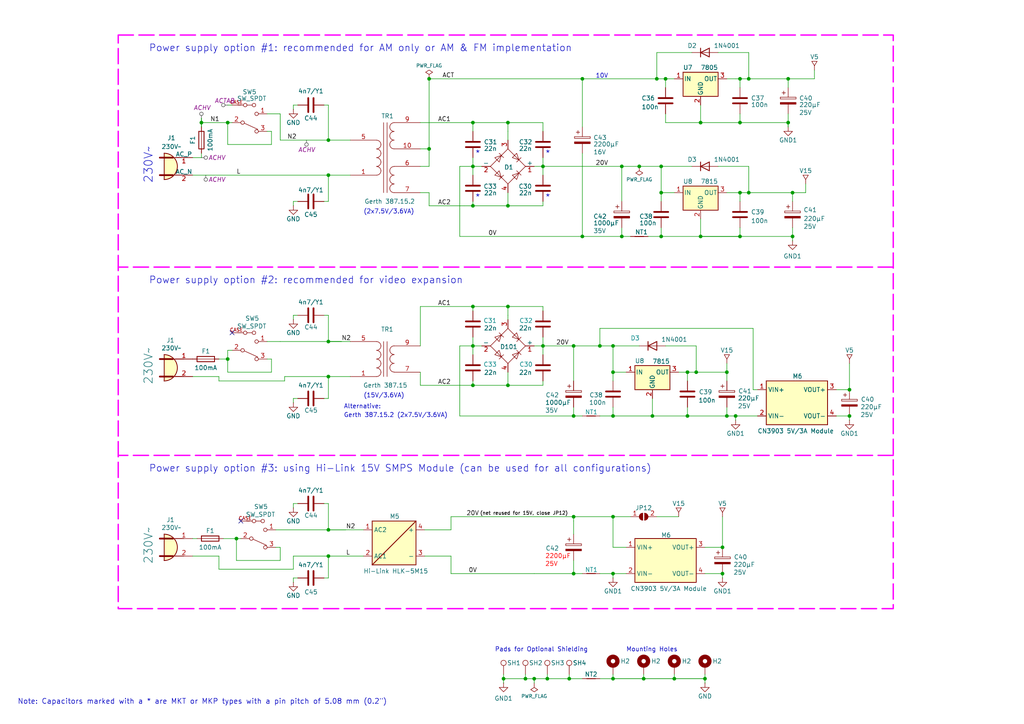
<source format=kicad_sch>
(kicad_sch (version 20231120) (generator "eeschema") (generator_version "8.0")
  (paper "A4")
  (title_block (title "ESP32 Micro Radio Station") (date "2024-04-26") (rev "1.7") (company "Power Supply"))
  (lib_symbols
    (symbol "!Gloeidraad:15V" (power) (pin_names (offset 0))
      (property "Value" "15V" (at 0 3.556 0))
      (symbol "15V_1_1"
        (pin power_in line (at 0 0 180) (length 0) hide (name "V15") (number "1"))
      )
    )
    (symbol "!Gloeidraad:5V" (power) (pin_names (offset 0))
      (property "Value" "5V" (at 0 3.556 0))
      (symbol "5V_1_1"
        (pin power_in line (at 0 0 180) (length 0) hide (name "V5") (number "1"))
      )
    )
    (symbol "!Gloeidraad:Conn_WallPlug_type2" (pin_names (offset 0))
      (property "Value" "230V~" (at 0 5.715 0))
      (symbol "Conn_WallPlug_type2_1_1"
        (pin passive line (at 5.08 2.54 180) (length 5.08) (name "") (number "1"))
        (pin passive line (at 5.08 -2.54 180) (length 5.08) (name "") (number "2"))
      )
    )
    (symbol "!Gloeidraad:MOD-DCDC-CN3903"
      (property "Reference" "M6" (at -8.89 6.35 0))
      (property "Value" "CN3903 5V/3A Module" (at -8.89 -8.89 0))
      (symbol "MOD-DCDC-CN3903_1_0"
        (pin passive line (at -11.43 3.81 0) (length 2.54) (name "VIN+") (number "1"))
        (pin passive line (at -11.43 -3.81 0) (length 2.54) (name "VIN-") (number "2"))
        (pin passive line (at 11.43 3.81 180) (length 2.54) (name "VOUT+") (number "3"))
        (pin passive line (at 11.43 -3.81 180) (length 2.54) (name "VOUT-") (number "4"))
      )
    )
    (symbol "!Gloeidraad:MOD-HILINK-HLK-5MXX-RP"
      (property "Reference" "M" (at -2.54 7.874 0))
      (property "Value" "Hi-Link HLK-5M15" (at -9.144 -7.366 0))
      (symbol "MOD-HILINK-HLK-5MXX-RP_1_0"
        (pin passive line (at -10.16 5.08 0) (length 2.54) (name "AC2") (number "1"))
        (pin passive line (at -10.16 -2.54 0) (length 2.54) (name "AC1") (number "2"))
        (pin passive line (at 7.62 -2.54 180) (length 2.54) (name "-") (number "3"))
        (pin passive line (at 7.62 5.08 180) (length 2.54) (name "+") (number "4"))
      )
    )
    (symbol "!Gloeidraad:SWITCH-C&K-7101" (pin_names (offset 0) hide)
      (property "Reference" "SW" (at 0 7.62 0))
      (property "Value" "SW_SPDT" (at 0 5.08 0))
      (symbol "SWITCH-C&K-7101_1_1"
        (pin passive line (at 5.08 -2.54 180) (length 2.54) (name "C") (number "1"))
        (pin passive line (at -5.08 0 0) (length 2.54) (name "B") (number "2"))
        (pin passive line (at 5.08 2.54 180) (length 2.54) (name "A") (number "3"))
        (pin passive line (at -5.08 -5.08 0) (length 2.54) (name "CASE") (number "CASE"))
      )
    )
    (symbol "!Gloeidraad:Transformer-1P-1S" (pin_names (offset 1.016) hide)
      (property "Reference" "T" (at 0 6.985 0))
      (property "Value" "Transformer-1P-1S" (at 1.27 -6.985 0))
      (symbol "Transformer-1P-1S_1_1"
        (pin passive line (at -10.16 5.08 0) (length 7.62) (name "AA") (number "1"))
        (pin passive line (at -10.16 -5.08 0) (length 7.62) (name "AB") (number "5"))
        (pin passive line (at 10.16 3.81 180) (length 7.62) (name "SB") (number "7"))
        (pin passive line (at 10.16 -3.81 180) (length 7.62) (name "SC") (number "9"))
      )
    )
    (symbol "!Gloeidraad:Transformer-1P-2S-v3" (pin_names (offset 1.016) hide)
      (property "Reference" "TR1" (at 0.635 -12.065 0))
      (property "Value" "2x7.5V/3.2VA" (at 1.27 12.7 0))
      (symbol "Transformer-1P-2S-v3_1_1"
        (pin passive line (at -10.16 5.08 0) (length 7.62) (name "AA") (number "1"))
        (pin passive line (at 10.16 -2.54 180) (length 7.62) (name "SD") (number "10"))
        (pin passive line (at -10.16 -5.08 0) (length 7.62) (name "AB") (number "5"))
        (pin passive line (at 10.16 2.54 180) (length 7.62) (name "SA") (number "6"))
        (pin passive line (at 10.16 10.16 180) (length 7.62) (name "SB") (number "7"))
        (pin passive line (at 10.16 -10.16 180) (length 7.62) (name "SC") (number "9"))
      )
    )
    (symbol "!Gloeidraad:uA7815-NP" (pin_names (offset 0.254))
      (property "Value" "7815" (at -2.54 2.54 0))
      (symbol "uA7815-NP_1_1"
        (pin passive line (at -7.62 0 0) (length 2.54) (name "IN") (number "1"))
        (pin passive line (at 0 -7.62 90) (length 2.54) (name "GND") (number "2"))
        (pin passive line (at 7.62 0 180) (length 2.54) (name "OUT") (number "3"))
      )
    )
    (symbol "Connector:Conn_WallPlug" (pin_names (offset 0))
      (property "Reference" "P" (at -1.27 4.445 0))
      (property "Value" "Conn_WallPlug" (at -5.715 0 90))
      (symbol "Conn_WallPlug_1_1"
        (pin power_out line (at 5.08 2.54 180) (length 5.08) (name "AC_P") (number "1"))
        (pin power_out line (at 5.08 -2.54 180) (length 5.08) (name "AC_N") (number "2"))
      )
    )
    (symbol "Connector:TestPoint" (pin_numbers hide) (pin_names (offset 0.762) hide)
      (property "Reference" "TP" (at 0 6.858 0))
      (property "Value" "TestPoint" (at 0 5.08 0))
      (symbol "TestPoint_1_1"
        (pin passive line (at 0 0 90) (length 2.54) (name "1") (number "1"))
      )
    )
    (symbol "Device:C" (pin_numbers hide) (pin_names (offset 0.254))
      (property "Reference" "C" (at 0.635 2.54 0))
      (property "Value" "C" (at 0.635 -2.54 0))
      (symbol "C_1_1"
        (pin passive line (at 0 3.81 270) (length 2.794) (name "~") (number "1"))
        (pin passive line (at 0 -3.81 90) (length 2.794) (name "~") (number "2"))
      )
    )
    (symbol "Device:C_Polarized" (pin_numbers hide) (pin_names (offset 0.254))
      (property "Reference" "C" (at 0.635 2.54 0))
      (property "Value" "C_Polarized" (at 0.635 -2.54 0))
      (symbol "C_Polarized_1_1"
        (pin passive line (at 0 3.81 270) (length 2.794) (name "~") (number "1"))
        (pin passive line (at 0 -3.81 90) (length 2.794) (name "~") (number "2"))
      )
    )
    (symbol "Device:Fuse" (pin_numbers hide) (pin_names (offset 0))
      (property "Reference" "F" (at 2.032 0 90))
      (property "Value" "Fuse" (at -1.905 0 90))
      (symbol "Fuse_1_1"
        (pin passive line (at 0 3.81 270) (length 1.27) (name "~") (number "1"))
        (pin passive line (at 0 -3.81 90) (length 1.27) (name "~") (number "2"))
      )
    )
    (symbol "Device:NetTie_2" (pin_numbers hide) (pin_names (offset 0) hide) (in_bom no)
      (property "Reference" "NT" (at 0 1.27 0))
      (property "Value" "NetTie_2" (at 0 -1.27 0))
      (symbol "NetTie_2_1_1"
        (pin passive line (at -2.54 0 0) (length 2.54) (name "1") (number "1"))
        (pin passive line (at 2.54 0 180) (length 2.54) (name "2") (number "2"))
      )
    )
    (symbol "Diode:1N4001" (pin_numbers hide) (pin_names hide)
      (property "Reference" "D" (at 0 2.54 0))
      (property "Value" "1N4001" (at 0 -2.54 0))
      (symbol "1N4001_1_1"
        (pin passive line (at -3.81 0 0) (length 2.54) (name "K") (number "1"))
        (pin passive line (at 3.81 0 180) (length 2.54) (name "A") (number "2"))
      )
    )
    (symbol "Diode_Bridge:B40C800DM" (pin_names (offset 0))
      (property "Reference" "D" (at 2.54 6.985 0))
      (property "Value" "B40C800DM" (at 2.54 5.08 0))
      (symbol "B40C800DM_1_1"
        (pin passive line (at 7.62 0 180) (length 2.54) (name "+") (number "1"))
        (pin passive line (at -7.62 0 0) (length 2.54) (name "-") (number "2"))
        (pin passive line (at 0 -7.62 90) (length 2.54) (name "~") (number "3"))
        (pin passive line (at 0 7.62 270) (length 2.54) (name "~") (number "4"))
      )
    )
    (symbol "Jumper:SolderJumper_2_Open" (pin_names (offset 0) hide)
      (property "Reference" "JP" (at 0 2.032 0))
      (property "Value" "SolderJumper_2_Open" (at 0 -2.54 0))
      (symbol "SolderJumper_2_Open_1_1"
        (pin passive line (at -3.81 0 0) (length 2.54) (name "A") (number "1"))
        (pin passive line (at 3.81 0 180) (length 2.54) (name "B") (number "2"))
      )
    )
    (symbol "Mechanical:MountingHole_Pad" (pin_numbers hide) (pin_names (offset 1.016) hide)
      (property "Reference" "H" (at 0 6.35 0))
      (property "Value" "MountingHole_Pad" (at 0 4.445 0))
      (symbol "MountingHole_Pad_1_1"
        (pin input line (at 0 -2.54 90) (length 2.54) (name "1") (number "1"))
      )
    )
    (symbol "Regulator_Linear:uA7805" (pin_names (offset 0.254))
      (property "Reference" "U" (at -3.81 3.175 0))
      (property "Value" "uA7805" (at 0 3.175 0))
      (symbol "uA7805_1_1"
        (pin power_in line (at -7.62 0 0) (length 2.54) (name "IN") (number "1"))
        (pin power_in line (at 0 -7.62 90) (length 2.54) (name "GND") (number "2"))
        (pin power_out line (at 7.62 0 180) (length 2.54) (name "OUT") (number "3"))
      )
    )
    (symbol "Regulator_Linear:uA7815" (pin_names (offset 0.254))
      (property "Reference" "U" (at -3.81 3.175 0))
      (property "Value" "uA7815" (at 0 3.175 0))
      (symbol "uA7815_1_1"
        (pin power_in line (at -7.62 0 0) (length 2.54) (name "IN") (number "1"))
        (pin power_in line (at 0 -7.62 90) (length 2.54) (name "GND") (number "2"))
        (pin power_out line (at 7.62 0 180) (length 2.54) (name "OUT") (number "3"))
      )
    )
    (symbol "power:GND" (power) (pin_numbers hide) (pin_names (offset 0) hide)
      (property "Value" "GND" (at 0 -3.81 0))
      (symbol "GND_1_1"
        (pin power_in line (at 0 0 270) (length 0) (name "~") (number "1"))
      )
    )
    (symbol "power:GND1" (power) (pin_numbers hide) (pin_names (offset 0) hide)
      (property "Value" "GND1" (at 0 -3.81 0))
      (symbol "GND1_1_1"
        (pin power_in line (at 0 0 270) (length 0) (name "~") (number "1"))
      )
    )
    (symbol "power:PWR_FLAG" (power) (pin_numbers hide) (pin_names (offset 0) hide)
      (property "Value" "PWR_FLAG" (at 0 3.81 0))
      (symbol "PWR_FLAG_0_0"
        (pin power_out line (at 0 0 90) (length 0) (name "~") (number "1"))
      )
    )
  )
  (junction (at 165.1 196.85))
  (junction (at 166.37 166.37))
  (junction (at 217.17 22.86))
  (junction (at 186.69 196.85))
  (junction (at 209.55 158.75))
  (junction (at 177.8 166.37))
  (junction (at 147.32 35.56))
  (junction (at 95.25 50.8))
  (junction (at 158.75 196.85))
  (junction (at 58.42 35.56))
  (junction (at 193.04 22.86))
  (junction (at 246.38 113.03))
  (junction (at 166.37 120.65))
  (junction (at 180.34 48.26))
  (junction (at 95.25 161.29))
  (junction (at 201.93 107.95))
  (junction (at 177.8 149.86))
  (junction (at 152.4 196.85))
  (junction (at 214.63 22.86))
  (junction (at 166.37 100.33))
  (junction (at 229.87 68.58))
  (junction (at 137.16 35.56))
  (junction (at 195.58 196.85))
  (junction (at 246.38 120.65))
  (junction (at 217.17 55.88))
  (junction (at 173.99 100.33))
  (junction (at 180.34 68.58))
  (junction (at 147.32 59.69))
  (junction (at 228.6 35.56))
  (junction (at 204.47 196.85))
  (junction (at 68.58 156.21))
  (junction (at 166.37 149.86))
  (junction (at 214.63 35.56))
  (junction (at 185.42 48.26))
  (junction (at 214.63 68.58))
  (junction (at 229.87 55.88))
  (junction (at 213.36 120.65))
  (junction (at 66.04 35.56))
  (junction (at 95.25 109.22))
  (junction (at 168.91 68.58))
  (junction (at 168.91 22.86))
  (junction (at 191.77 68.58))
  (junction (at 157.48 100.33))
  (junction (at 199.39 107.95))
  (junction (at 154.94 196.85))
  (junction (at 177.8 107.95))
  (junction (at 228.6 22.86))
  (junction (at 177.8 100.33))
  (junction (at 177.8 196.85))
  (junction (at 210.82 120.65))
  (junction (at 147.32 88.9))
  (junction (at 95.25 153.67))
  (junction (at 209.55 166.37))
  (junction (at 191.77 55.88))
  (junction (at 191.77 48.26))
  (junction (at 137.16 48.26))
  (junction (at 66.04 104.14))
  (junction (at 124.46 43.18))
  (junction (at 146.05 196.85))
  (junction (at 189.23 120.65))
  (junction (at 137.16 59.69))
  (junction (at 95.25 40.64))
  (junction (at 199.39 120.65))
  (junction (at 157.48 48.26))
  (junction (at 124.46 22.86))
  (junction (at 137.16 111.76))
  (junction (at 137.16 88.9))
  (junction (at 214.63 55.88))
  (junction (at 95.25 99.06))
  (junction (at 137.16 100.33))
  (junction (at 210.82 107.95))
  (junction (at 190.5 22.86))
  (junction (at 177.8 120.65))
  (junction (at 147.32 111.76))
  (junction (at 203.2 35.56))
  (junction (at 203.2 68.58))
  (no_connect (at 69.85 151.13))
  (no_connect (at 67.31 96.52))
  (wire (pts (xy 93.98 91.44) (xy 95.25 91.44)) (stroke (width 0.15)))
  (wire (pts (xy 81.28 99.06) (xy 95.25 99.06)) (stroke (width 0.15)))
  (wire (pts (xy 193.04 22.86) (xy 195.58 22.86)) (stroke (width 0.15)))
  (wire (pts (xy 55.88 50.8) (xy 95.25 50.8)) (stroke (width 0.15)))
  (wire (pts (xy 152.4 195.58) (xy 152.4 196.85)))
  (wire (pts (xy 214.63 25.4) (xy 214.63 22.86)) (stroke (width 0.15)))
  (wire (pts (xy 233.68 55.88) (xy 233.68 53.34)) (stroke (width 0.15)))
  (wire (pts (xy 95.25 153.67) (xy 105.41 153.67)) (stroke (width 0.15)))
  (wire (pts (xy 157.48 48.26) (xy 157.48 50.8)) (stroke (width 0.15)))
  (wire (pts (xy 229.87 58.42) (xy 229.87 55.88)) (stroke (width 0.15)))
  (wire (pts (xy 191.77 68.58) (xy 191.77 66.04)) (stroke (width 0.15)))
  (wire (pts (xy 199.39 120.65) (xy 210.82 120.65)) (stroke (width 0.15)))
  (wire (pts (xy 137.16 100.33) (xy 137.16 97.79)) (stroke (width 0.15)))
  (wire (pts (xy 186.69 196.85) (xy 177.8 196.85)))
  (wire (pts (xy 85.09 58.42) (xy 86.36 58.42)) (stroke (width 0.15)))
  (wire (pts (xy 166.37 100.33) (xy 166.37 110.49)) (stroke (width 0.15)))
  (wire (pts (xy 190.5 22.86) (xy 193.04 22.86)) (stroke (width 0.15)))
  (wire (pts (xy 123.19 161.29) (xy 130.81 161.29)))
  (wire (pts (xy 124.46 55.88) (xy 121.92 55.88)))
  (wire (pts (xy 177.8 100.33) (xy 185.42 100.33)) (stroke (width 0.15)))
  (wire (pts (xy 195.58 196.85) (xy 204.47 196.85)))
  (wire (pts (xy 85.09 147.32) (xy 85.09 146.05)) (stroke (width 0.15)))
  (wire (pts (xy 64.77 156.21) (xy 68.58 156.21)) (stroke (width 0.15)))
  (wire (pts (xy 85.09 59.69) (xy 85.09 58.42)) (stroke (width 0.15)))
  (wire (pts (xy 152.4 196.85) (xy 154.94 196.85)))
  (wire (pts (xy 121.92 107.95) (xy 121.92 111.76)))
  (wire (pts (xy 66.04 107.95) (xy 78.74 107.95)) (stroke (width 0.15)))
  (wire (pts (xy 186.69 196.85) (xy 195.58 196.85)))
  (wire (pts (xy 85.09 92.71) (xy 85.09 91.44)) (stroke (width 0.15)))
  (wire (pts (xy 95.25 58.42) (xy 93.98 58.42)) (stroke (width 0.15)))
  (wire (pts (xy 137.16 59.69) (xy 147.32 59.69)) (stroke (width 0.15)))
  (wire (pts (xy 204.47 166.37) (xy 209.55 166.37)) (stroke (width 0.15)))
  (wire (pts (xy 85.09 116.84) (xy 85.09 115.57)) (stroke (width 0.15)))
  (wire (pts (xy 154.94 48.26) (xy 157.48 48.26)) (stroke (width 0.15)))
  (wire (pts (xy 68.58 156.21) (xy 69.85 156.21)) (stroke (width 0.15)))
  (wire (pts (xy 166.37 149.86) (xy 166.37 151.13)) (stroke (width 0.15)))
  (wire (pts (xy 214.63 68.58) (xy 203.2 68.58)))
  (wire (pts (xy 173.99 95.25) (xy 218.44 95.25)) (stroke (width 0.15)))
  (wire (pts (xy 95.25 115.57) (xy 93.98 115.57)) (stroke (width 0.15)))
  (wire (pts (xy 186.69 195.58) (xy 186.69 196.85)) (stroke (width 0.15)))
  (wire (pts (xy 95.25 91.44) (xy 95.25 99.06)) (stroke (width 0.15)))
  (wire (pts (xy 63.5 110.49) (xy 82.55 110.49)) (stroke (width 0.15)))
  (wire (pts (xy 203.2 68.58) (xy 191.77 68.58)))
  (wire (pts (xy 63.5 161.29) (xy 55.88 161.29)) (stroke (width 0.15)))
  (polyline (pts (xy 259.08 77.47) (xy 34.29 77.47)) (stroke (width 0.4) (type dash) (color 255 0 255 1)))
  (wire (pts (xy 228.6 35.56) (xy 228.6 36.83)))
  (wire (pts (xy 165.1 195.58) (xy 165.1 196.85)))
  (wire (pts (xy 137.16 35.56) (xy 137.16 38.1)) (stroke (width 0.15)))
  (wire (pts (xy 58.42 34.29) (xy 58.42 35.56)))
  (wire (pts (xy 229.87 68.58) (xy 229.87 69.85)))
  (wire (pts (xy 157.48 48.26) (xy 157.48 45.72)) (stroke (width 0.15)))
  (wire (pts (xy 124.46 22.86) (xy 124.46 43.18)))
  (wire (pts (xy 191.77 48.26) (xy 200.66 48.26)) (stroke (width 0.15)))
  (wire (pts (xy 158.75 195.58) (xy 158.75 196.85)))
  (wire (pts (xy 147.32 88.9) (xy 147.32 91.44)) (stroke (width 0.15)))
  (wire (pts (xy 228.6 35.56) (xy 228.6 33.02)) (stroke (width 0.15)))
  (wire (pts (xy 146.05 198.12) (xy 146.05 196.85)))
  (wire (pts (xy 157.48 58.42) (xy 157.48 59.69)) (stroke (width 0.15)))
  (wire (pts (xy 121.92 88.9) (xy 137.16 88.9)) (stroke (width 0.15)))
  (wire (pts (xy 166.37 149.86) (xy 177.8 149.86)) (stroke (width 0.15)))
  (wire (pts (xy 201.93 107.95) (xy 210.82 107.95)) (stroke (width 0.15)))
  (wire (pts (xy 137.16 35.56) (xy 129.54 35.56)) (stroke (width 0.15)))
  (wire (pts (xy 209.55 166.37) (xy 209.55 167.64)) (stroke (width 0.15)))
  (wire (pts (xy 173.99 100.33) (xy 173.99 95.25)) (stroke (width 0.15)))
  (wire (pts (xy 95.25 161.29) (xy 95.25 167.64)) (stroke (width 0.15)))
  (wire (pts (xy 77.47 99.06) (xy 81.28 99.06)))
  (wire (pts (xy 95.25 161.29) (xy 105.41 161.29)) (stroke (width 0.15)))
  (wire (pts (xy 154.94 196.85) (xy 158.75 196.85)))
  (wire (pts (xy 185.42 48.26) (xy 191.77 48.26)) (stroke (width 0.15)))
  (wire (pts (xy 214.63 55.88) (xy 217.17 55.88)) (stroke (width 0.15)))
  (wire (pts (xy 66.04 35.56) (xy 66.04 41.91)) (stroke (width 0.15)))
  (wire (pts (xy 81.28 162.56) (xy 81.28 158.75)) (stroke (width 0.15)))
  (wire (pts (xy 95.25 146.05) (xy 95.25 153.67)) (stroke (width 0.15)))
  (wire (pts (xy 173.99 100.33) (xy 177.8 100.33)) (stroke (width 0.15)))
  (wire (pts (xy 58.42 34.29) (xy 58.42 35.56)) (stroke (width 0.15)))
  (wire (pts (xy 166.37 118.11) (xy 166.37 120.65)) (stroke (width 0.15)))
  (wire (pts (xy 201.93 100.33) (xy 193.04 100.33)) (stroke (width 0.15)))
  (wire (pts (xy 81.28 158.75) (xy 80.01 158.75)) (stroke (width 0.15)))
  (wire (pts (xy 63.5 110.49) (xy 63.5 109.22)) (stroke (width 0.15)))
  (wire (pts (xy 191.77 55.88) (xy 191.77 58.42)) (stroke (width 0.15)))
  (wire (pts (xy 137.16 100.33) (xy 139.7 100.33)))
  (wire (pts (xy 168.91 44.45) (xy 168.91 68.58)) (stroke (width 0.15)))
  (wire (pts (xy 228.6 36.83) (xy 228.6 35.56)) (stroke (width 0.15)))
  (wire (pts (xy 137.16 35.56) (xy 147.32 35.56)) (stroke (width 0.15)))
  (wire (pts (xy 95.25 50.8) (xy 101.6 50.8)))
  (wire (pts (xy 213.36 120.65) (xy 219.71 120.65)))
  (wire (pts (xy 134.62 59.69) (xy 137.16 59.69)) (stroke (width 0.15)))
  (wire (pts (xy 121.92 35.56) (xy 129.54 35.56)))
  (wire (pts (xy 217.17 55.88) (xy 229.87 55.88)) (stroke (width 0.15)))
  (wire (pts (xy 85.09 168.91) (xy 85.09 167.64)) (stroke (width 0.15)))
  (wire (pts (xy 180.34 68.58) (xy 180.34 66.04)) (stroke (width 0.15)))
  (wire (pts (xy 58.42 35.56) (xy 66.04 35.56)) (stroke (width 0.15)))
  (wire (pts (xy 147.32 55.88) (xy 147.32 59.69)) (stroke (width 0.15)))
  (wire (pts (xy 137.16 88.9) (xy 137.16 90.17)) (stroke (width 0.15)))
  (wire (pts (xy 147.32 88.9) (xy 157.48 88.9)) (stroke (width 0.15)))
  (wire (pts (xy 195.58 196.85) (xy 195.58 195.58)) (stroke (width 0.15)))
  (wire (pts (xy 189.23 120.65) (xy 199.39 120.65)) (stroke (width 0.15)))
  (wire (pts (xy 95.25 109.22) (xy 101.6 109.22)))
  (wire (pts (xy 95.25 161.29) (xy 85.09 161.29)) (stroke (width 0.15)))
  (wire (pts (xy 82.55 110.49) (xy 82.55 109.22)) (stroke (width 0.15)))
  (wire (pts (xy 130.81 166.37) (xy 154.94 166.37)) (stroke (width 0.15)))
  (wire (pts (xy 154.94 100.33) (xy 157.48 100.33)) (stroke (width 0.15)))
  (wire (pts (xy 66.04 41.91) (xy 78.74 41.91)) (stroke (width 0.15)))
  (wire (pts (xy 95.25 30.48) (xy 95.25 40.64)) (stroke (width 0.15)))
  (wire (pts (xy 157.48 48.26) (xy 180.34 48.26)) (stroke (width 0.15)))
  (wire (pts (xy 193.04 22.86) (xy 193.04 25.4)) (stroke (width 0.15)))
  (wire (pts (xy 147.32 59.69) (xy 157.48 59.69)) (stroke (width 0.15)))
  (wire (pts (xy 217.17 15.24) (xy 208.28 15.24)) (stroke (width 0.15)))
  (wire (pts (xy 195.58 196.85) (xy 204.47 196.85)) (stroke (width 0.15)))
  (wire (pts (xy 80.01 153.67) (xy 95.25 153.67)))
  (wire (pts (xy 166.37 151.13) (xy 166.37 154.94)))
  (wire (pts (xy 124.46 22.86) (xy 168.91 22.86)) (stroke (width 0.15)))
  (wire (pts (xy 177.8 149.86) (xy 182.88 149.86)) (stroke (width 0.15)))
  (wire (pts (xy 168.91 22.86) (xy 190.5 22.86)) (stroke (width 0.15)))
  (wire (pts (xy 166.37 100.33) (xy 173.99 100.33)) (stroke (width 0.15)))
  (wire (pts (xy 93.98 30.48) (xy 95.25 30.48)) (stroke (width 0.15)))
  (wire (pts (xy 95.25 167.64) (xy 93.98 167.64)) (stroke (width 0.15)))
  (wire (pts (xy 177.8 107.95) (xy 177.8 110.49)) (stroke (width 0.15)))
  (wire (pts (xy 199.39 110.49) (xy 199.39 107.95)) (stroke (width 0.15)))
  (wire (pts (xy 229.87 55.88) (xy 233.68 55.88)) (stroke (width 0.15)))
  (wire (pts (xy 246.38 113.03) (xy 246.38 105.41)) (stroke (width 0.15)))
  (wire (pts (xy 209.55 158.75) (xy 209.55 149.86)) (stroke (width 0.15)))
  (wire (pts (xy 213.36 22.86) (xy 214.63 22.86)) (stroke (width 0.15)))
  (wire (pts (xy 204.47 158.75) (xy 209.55 158.75)) (stroke (width 0.15)))
  (wire (pts (xy 58.42 44.45) (xy 58.42 45.72)) (stroke (width 0.15)))
  (wire (pts (xy 68.58 162.56) (xy 81.28 162.56)) (stroke (width 0.15)))
  (wire (pts (xy 203.2 35.56) (xy 193.04 35.56)) (stroke (width 0.15)))
  (wire (pts (xy 147.32 35.56) (xy 157.48 35.56)) (stroke (width 0.15)))
  (wire (pts (xy 173.99 166.37) (xy 177.8 166.37)))
  (wire (pts (xy 214.63 22.86) (xy 217.17 22.86)) (stroke (width 0.15)))
  (wire (pts (xy 146.05 195.58) (xy 146.05 196.85)))
  (wire (pts (xy 137.16 88.9) (xy 147.32 88.9)) (stroke (width 0.15)))
  (wire (pts (xy 180.34 68.58) (xy 182.88 68.58)))
  (wire (pts (xy 133.35 68.58) (xy 133.35 48.26)))
  (wire (pts (xy 66.04 35.56) (xy 67.31 35.56)) (stroke (width 0.15)))
  (wire (pts (xy 190.5 149.86) (xy 196.85 149.86)))
  (wire (pts (xy 137.16 48.26) (xy 137.16 45.72)) (stroke (width 0.15)))
  (wire (pts (xy 121.92 88.9) (xy 121.92 100.33)) (stroke (width 0.15)))
  (wire (pts (xy 242.57 113.03) (xy 246.38 113.03)) (stroke (width 0.15)))
  (wire (pts (xy 157.48 100.33) (xy 157.48 102.87)) (stroke (width 0.15)))
  (wire (pts (xy 177.8 166.37) (xy 177.8 167.64)) (stroke (width 0.15)))
  (wire (pts (xy 147.32 107.95) (xy 147.32 111.76)) (stroke (width 0.15)))
  (wire (pts (xy 66.04 101.6) (xy 67.31 101.6)) (stroke (width 0.15)))
  (wire (pts (xy 189.23 115.57) (xy 189.23 120.65)) (stroke (width 0.15)))
  (wire (pts (xy 165.1 196.85) (xy 168.91 196.85)))
  (wire (pts (xy 137.16 110.49) (xy 137.16 111.76)))
  (wire (pts (xy 157.48 88.9) (xy 157.48 90.17)))
  (wire (pts (xy 158.75 196.85) (xy 165.1 196.85)))
  (wire (pts (xy 201.93 100.33) (xy 201.93 107.95)) (stroke (width 0.15)))
  (wire (pts (xy 177.8 100.33) (xy 177.8 107.95)) (stroke (width 0.15)))
  (wire (pts (xy 78.74 38.1) (xy 77.47 38.1)) (stroke (width 0.15)))
  (wire (pts (xy 133.35 100.33) (xy 137.16 100.33)))
  (wire (pts (xy 137.16 48.26) (xy 139.7 48.26)))
  (wire (pts (xy 177.8 166.37) (xy 181.61 166.37)) (stroke (width 0.15)))
  (wire (pts (xy 186.69 196.85) (xy 195.58 196.85)) (stroke (width 0.15)))
  (wire (pts (xy 186.69 196.85) (xy 177.8 196.85)) (stroke (width 0.15)))
  (wire (pts (xy 157.48 100.33) (xy 157.48 97.79)) (stroke (width 0.15)))
  (wire (pts (xy 214.63 35.56) (xy 203.2 35.56)) (stroke (width 0.15)))
  (wire (pts (xy 218.44 95.25) (xy 218.44 113.03)) (stroke (width 0.15)))
  (wire (pts (xy 63.5 104.14) (xy 66.04 104.14)))
  (wire (pts (xy 210.82 107.95) (xy 210.82 105.41)) (stroke (width 0.15)))
  (wire (pts (xy 85.09 31.75) (xy 85.09 30.48)) (stroke (width 0.15)))
  (wire (pts (xy 168.91 68.58) (xy 180.34 68.58)) (stroke (width 0.15)))
  (wire (pts (xy 204.47 196.85) (xy 204.47 198.12)))
  (wire (pts (xy 191.77 48.26) (xy 191.77 55.88)) (stroke (width 0.15)))
  (wire (pts (xy 246.38 120.65) (xy 246.38 121.92)) (stroke (width 0.15)))
  (wire (pts (xy 58.42 45.72) (xy 55.88 45.72)) (stroke (width 0.15)))
  (wire (pts (xy 210.82 118.11) (xy 210.82 120.65)) (stroke (width 0.15)))
  (wire (pts (xy 228.6 22.86) (xy 228.6 25.4)) (stroke (width 0.15)))
  (wire (pts (xy 166.37 120.65) (xy 168.91 120.65)))
  (wire (pts (xy 166.37 162.56) (xy 166.37 166.37)))
  (wire (pts (xy 180.34 48.26) (xy 185.42 48.26)) (stroke (width 0.15)))
  (wire (pts (xy 187.96 68.58) (xy 191.77 68.58)))
  (wire (pts (xy 199.39 120.65) (xy 199.39 118.11)) (stroke (width 0.15)))
  (polyline (pts (xy 259.08 132.08) (xy 34.29 132.08)) (stroke (width 0.4) (type dash) (color 255 0 255 1)))
  (wire (pts (xy 82.55 109.22) (xy 95.25 109.22)) (stroke (width 0.15)))
  (wire (pts (xy 214.63 35.56) (xy 214.63 33.02)) (stroke (width 0.15)))
  (wire (pts (xy 95.25 99.06) (xy 101.6 99.06)))
  (wire (pts (xy 85.09 146.05) (xy 86.36 146.05)) (stroke (width 0.15)))
  (wire (pts (xy 85.09 30.48) (xy 86.36 30.48)) (stroke (width 0.15)))
  (wire (pts (xy 133.35 100.33) (xy 133.35 120.65)))
  (wire (pts (xy 66.04 101.6) (xy 66.04 104.14)) (stroke (width 0.15)))
  (wire (pts (xy 63.5 165.1) (xy 85.09 165.1)) (stroke (width 0.15)))
  (wire (pts (xy 229.87 66.04) (xy 229.87 68.58)) (stroke (width 0.15)))
  (wire (pts (xy 177.8 120.65) (xy 177.8 118.11)) (stroke (width 0.15)))
  (wire (pts (xy 210.82 55.88) (xy 214.63 55.88)) (stroke (width 0.15)))
  (wire (pts (xy 191.77 55.88) (xy 195.58 55.88)) (stroke (width 0.15)))
  (wire (pts (xy 166.37 149.86) (xy 160.02 149.86)) (stroke (width 0.15)))
  (wire (pts (xy 78.74 107.95) (xy 78.74 104.14)) (stroke (width 0.15)))
  (wire (pts (xy 157.48 100.33) (xy 166.37 100.33)) (stroke (width 0.15)))
  (wire (pts (xy 137.16 48.26) (xy 137.16 50.8)) (stroke (width 0.15)))
  (wire (pts (xy 210.82 120.65) (xy 213.36 120.65)))
  (wire (pts (xy 121.92 111.76) (xy 137.16 111.76)) (stroke (width 0.15)))
  (wire (pts (xy 63.5 165.1) (xy 63.5 161.29)) (stroke (width 0.15)))
  (wire (pts (xy 137.16 58.42) (xy 137.16 59.69)))
  (wire (pts (xy 177.8 196.85) (xy 177.8 195.58)) (stroke (width 0.15)))
  (wire (pts (xy 130.81 161.29) (xy 130.81 166.37)))
  (wire (pts (xy 217.17 48.26) (xy 208.28 48.26)) (stroke (width 0.15)))
  (wire (pts (xy 77.47 33.02) (xy 81.28 33.02)))
  (wire (pts (xy 203.2 68.58) (xy 214.63 68.58)) (stroke (width 0.15)))
  (wire (pts (xy 210.82 110.49) (xy 210.82 107.95)) (stroke (width 0.15)))
  (wire (pts (xy 217.17 22.86) (xy 228.6 22.86)) (stroke (width 0.15)))
  (wire (pts (xy 203.2 35.56) (xy 203.2 30.48)) (stroke (width 0.15)))
  (wire (pts (xy 93.98 146.05) (xy 95.25 146.05)) (stroke (width 0.15)))
  (wire (pts (xy 130.81 149.86) (xy 130.81 153.67)))
  (wire (pts (xy 173.99 196.85) (xy 177.8 196.85)))
  (wire (pts (xy 95.25 40.64) (xy 101.6 40.64)))
  (wire (pts (xy 217.17 48.26) (xy 217.17 55.88)) (stroke (width 0.15)))
  (wire (pts (xy 99.06 99.06) (xy 95.25 99.06)) (stroke (width 0.15)))
  (wire (pts (xy 246.38 120.65) (xy 242.57 120.65)) (stroke (width 0.15)))
  (wire (pts (xy 121.92 43.18) (xy 124.46 43.18)))
  (wire (pts (xy 168.91 36.83) (xy 168.91 22.86)) (stroke (width 0.15)))
  (wire (pts (xy 204.47 195.58) (xy 204.47 196.85)) (stroke (width 0.15)))
  (wire (pts (xy 78.74 41.91) (xy 78.74 38.1)) (stroke (width 0.15)))
  (wire (pts (xy 147.32 91.44) (xy 147.32 92.71)))
  (wire (pts (xy 130.81 149.86) (xy 160.02 149.86)))
  (wire (pts (xy 130.81 153.67) (xy 123.19 153.67)))
  (wire (pts (xy 196.85 107.95) (xy 199.39 107.95)) (stroke (width 0.15)))
  (wire (pts (xy 154.94 198.12) (xy 154.94 196.85)))
  (wire (pts (xy 177.8 120.65) (xy 189.23 120.65)))
  (wire (pts (xy 157.48 35.56) (xy 157.48 38.1)))
  (wire (pts (xy 157.48 110.49) (xy 157.48 111.76)) (stroke (width 0.15)))
  (wire (pts (xy 201.93 107.95) (xy 199.39 107.95)) (stroke (width 0.15)))
  (wire (pts (xy 214.63 35.56) (xy 228.6 35.56)) (stroke (width 0.15)))
  (wire (pts (xy 166.37 166.37) (xy 168.91 166.37)))
  (wire (pts (xy 81.28 40.64) (xy 95.25 40.64)) (stroke (width 0.15)))
  (wire (pts (xy 78.74 104.14) (xy 77.47 104.14)) (stroke (width 0.15)))
  (wire (pts (xy 124.46 59.69) (xy 124.46 55.88)))
  (wire (pts (xy 214.63 68.58) (xy 214.63 66.04)) (stroke (width 0.15)))
  (wire (pts (xy 213.36 120.65) (xy 213.36 121.92)) (stroke (width 0.15)))
  (wire (pts (xy 124.46 43.18) (xy 124.46 48.26)))
  (wire (pts (xy 58.42 35.56) (xy 58.42 36.83)) (stroke (width 0.15)))
  (wire (pts (xy 147.32 111.76) (xy 157.48 111.76)) (stroke (width 0.15)))
  (wire (pts (xy 203.2 63.5) (xy 203.2 68.58)) (stroke (width 0.15)))
  (wire (pts (xy 147.32 38.1) (xy 147.32 40.64)))
  (wire (pts (xy 177.8 149.86) (xy 177.8 158.75)) (stroke (width 0.15)))
  (wire (pts (xy 66.04 30.48) (xy 67.31 30.48)))
  (wire (pts (xy 85.09 167.64) (xy 86.36 167.64)) (stroke (width 0.15)))
  (wire (pts (xy 177.8 158.75) (xy 181.61 158.75)) (stroke (width 0.15)))
  (wire (pts (xy 85.09 115.57) (xy 86.36 115.57)) (stroke (width 0.15)))
  (wire (pts (xy 68.58 156.21) (xy 68.58 162.56)) (stroke (width 0.15)))
  (wire (pts (xy 154.94 166.37) (xy 166.37 166.37)))
  (wire (pts (xy 173.99 120.65) (xy 177.8 120.65)))
  (wire (pts (xy 55.88 156.21) (xy 57.15 156.21)) (stroke (width 0.15)))
  (wire (pts (xy 236.22 22.86) (xy 236.22 20.32)) (stroke (width 0.15)))
  (wire (pts (xy 214.63 68.58) (xy 229.87 68.58)))
  (wire (pts (xy 121.92 48.26) (xy 124.46 48.26)))
  (wire (pts (xy 58.42 35.56) (xy 58.42 36.83)))
  (wire (pts (xy 133.35 68.58) (xy 168.91 68.58)) (stroke (width 0.15)))
  (wire (pts (xy 180.34 48.26) (xy 180.34 58.42)) (stroke (width 0.15)))
  (wire (pts (xy 133.35 48.26) (xy 137.16 48.26)))
  (wire (pts (xy 210.82 22.86) (xy 213.36 22.86)))
  (wire (pts (xy 95.25 50.8) (xy 95.25 58.42)) (stroke (width 0.15)))
  (wire (pts (xy 193.04 35.56) (xy 193.04 33.02)) (stroke (width 0.15)))
  (wire (pts (xy 137.16 111.76) (xy 147.32 111.76)) (stroke (width 0.15)))
  (wire (pts (xy 85.09 91.44) (xy 86.36 91.44)) (stroke (width 0.15)))
  (wire (pts (xy 177.8 107.95) (xy 181.61 107.95)) (stroke (width 0.15)))
  (wire (pts (xy 218.44 113.03) (xy 219.71 113.03)) (stroke (width 0.15)))
  (wire (pts (xy 217.17 22.86) (xy 217.17 15.24)) (stroke (width 0.15)))
  (wire (pts (xy 146.05 196.85) (xy 152.4 196.85)))
  (wire (pts (xy 124.46 59.69) (xy 134.62 59.69)))
  (wire (pts (xy 214.63 58.42) (xy 214.63 55.88)) (stroke (width 0.15)))
  (wire (pts (xy 133.35 120.65) (xy 166.37 120.65)) (stroke (width 0.15)))
  (wire (pts (xy 190.5 22.86) (xy 190.5 15.24)) (stroke (width 0.15)))
  (wire (pts (xy 95.25 109.22) (xy 95.25 115.57)) (stroke (width 0.15)))
  (wire (pts (xy 147.32 35.56) (xy 147.32 38.1)) (stroke (width 0.15)))
  (wire (pts (xy 100.33 153.67) (xy 95.25 153.67)))
  (wire (pts (xy 190.5 15.24) (xy 200.66 15.24)) (stroke (width 0.15)))
  (wire (pts (xy 66.04 104.14) (xy 66.04 107.95)) (stroke (width 0.15)))
  (wire (pts (xy 137.16 100.33) (xy 137.16 102.87)))
  (wire (pts (xy 63.5 109.22) (xy 55.88 109.22)) (stroke (width 0.15)))
  (wire (pts (xy 228.6 22.86) (xy 236.22 22.86)) (stroke (width 0.15)))
  (wire (pts (xy 85.09 161.29) (xy 85.09 165.1)) (stroke (width 0.15)))
  (wire (pts (xy 81.28 33.02) (xy 81.28 40.64)))
  (rectangle (start 34.29 10.16) (end 259.08 176.53) (stroke (width 0.4) (type dash) (color 255 0 255 1)))
  (text "Power supply option #2: recommended for video expansion" (at 43.18 82.55 0) (effects (font (size 2 2)) (justify left bottom)))
  (text "F1" (at 62.23 154.94 0) (effects (font (size 1.27 1.27)) (justify right bottom)))
  (text "C30" (at 150.622 106.68 0) (effects (font (size 1.27 1.27)) (justify left bottom)))
  (text "16V" (at 172.085 45.085 0) (effects (font (size 1.27 1.27)) (justify left bottom)))
  (text "(net reused for 15V, close JP12)" (at 139.192 149.606 0) (effects (font (size 1 1)) (justify left bottom)))
  (text "SW5" (at 71.12 93.345 0) (effects (font (size 1.27 1.27)) (justify left bottom)))
  (text "25V" (at 231.775 33.655 0) (effects (font (size 1.27 1.27)) (justify left bottom)))
  (text "SW5" (at 73.66 147.955 0) (effects (font (size 1.27 1.27)) (justify left bottom)))
  (text "*" (at 158.115 45.72 0) (effects (font (size 1.778 1.778)) (justify left bottom)))
  (text "Note: Capacitors marked with a * are MKT or MKP types with a pin pitch of 5.08 mm (0.2\")" (at 5.08 204.47 0) (effects (font (size 1.5 1.5)) (justify left bottom)))
  (text "230V~" (at 44.45 111.76 90) (effects (font (size 2.413 2.413)) (justify left bottom)))
  (text "Power supply option #3: using Hi-Link 15V SMPS Module (can be used for all configurations)" (at 43.18 137.16 0) (effects (font (size 2 2)) (justify left bottom)))
  (text "Pads for Optional Shielding" (at 143.51 189.23 0) (effects (font (size 1.27 1.27)) (justify left bottom)))
  (text "C31" (at 140.208 93.98 0) (effects (font (size 1.27 1.27)) (justify left bottom)))
  (text "C38" (at 170.942 115.57 0) (effects (font (size 1.27 1.27)) (justify left bottom)))
  (text "J1" (at 48.26 99.695 0) (effects (font (size 1.27 1.27)) (justify left bottom)))
  (text "*" (at 158.115 58.42 0) (effects (font (size 1.778 1.778)) (justify left bottom)))
  (text "C40" (at 212.852 162.56 0) (effects (font (size 1.27 1.27)) (justify left bottom)))
  (text "230V~" (at 44.45 53.34 90) (effects (font (size 2.413 2.413)) (justify left bottom)))
  (text "C33" (at 140.208 106.68 0) (effects (font (size 1.27 1.27)) (justify left bottom)))
  (text "TR1" (at 110.49 96.52 0) (effects (font (size 1.27 1.27)) (justify left bottom)))
  (text "35V" (at 172.085 67.945 0) (effects (font (size 1.27 1.27)) (justify left bottom)))
  (text "F1" (at 60.96 102.87 0) (effects (font (size 1.27 1.27)) (justify right bottom)))
  (text "*" (at 137.795 58.42 0) (effects (font (size 1.778 1.778)) (justify left bottom)))
  (text "C45" (at 88.265 120.015 0) (effects (font (size 1.27 1.27)) (justify left bottom)))
  (text "C45" (at 88.265 172.72 0) (effects (font (size 1.27 1.27)) (justify left bottom)))
  (text "25V" (at 213.995 118.745 0) (effects (font (size 1.27 1.27)) (justify left bottom)))
  (text "25V" (at 158.115 164.465 0) (effects (font (size 1.27 1.27)) (justify left bottom)))
  (text "C32" (at 150.622 93.98 0) (effects (font (size 1.27 1.27)) (justify left bottom)))
  (text "*" (at 137.795 45.72 0) (effects (font (size 1.778 1.778)) (justify left bottom)))
  (text "U8" (at 184.15 105.664 0) (effects (font (size 1.27 1.27)) (justify left bottom)))
  (text "NT1" (at 169.672 120.523 0) (effects (font (size 1.27 1.27)) (justify left bottom)))
  (text "D3" (at 182.88 99.06 0) (effects (font (size 1.27 1.27)) (justify left bottom)))
  (text "C41" (at 214.122 114.427 0) (effects (font (size 1.27 1.27)) (justify left bottom)))
  (text "C44" (at 88.265 95.885 0) (effects (font (size 1.27 1.27)) (justify left bottom)))
  (text "M6" (at 191.77 156.21 0) (effects (font (size 1.27 1.27)) (justify left bottom)))
  (text "25V" (at 212.725 167.005 0) (effects (font (size 1.27 1.27)) (justify left bottom)))
  (text "C40" (at 249.682 116.84 0) (effects (font (size 1.27 1.27)) (justify left bottom)))
  (text "35V" (at 158.115 120.015 0) (effects (font (size 1.27 1.27)) (justify left bottom)))
  (text "(15V/3.6VA)" (at 105.41 115.57 0) (effects (font (size 1.27 1.27)) (justify left bottom)))
  (text "C42" (at 158.242 115.57 0) (effects (font (size 1.27 1.27)) (justify left bottom)))
  (text "J1" (at 48.26 151.765 0) (effects (font (size 1.27 1.27)) (justify left bottom)))
  (text "230V~" (at 44.45 163.83 90) (effects (font (size 2.413 2.413)) (justify left bottom)))
  (text "NT1" (at 169.672 166.243 0) (effects (font (size 1.27 1.27)) (justify left bottom)))
  (text "C42" (at 158.242 160.02 0) (effects (font (size 1.27 1.27)) (justify left bottom)))
  (text "C39" (at 202.692 114.681 0) (effects (font (size 1.27 1.27)) (justify left bottom)))
  (text "(2x7.5V/3.6VA)" (at 105.41 62.23 0) (effects (font (size 1.27 1.27)) (justify left bottom)))
  (text "25V" (at 233.045 66.675 0) (effects (font (size 1.27 1.27)) (justify left bottom)))
  (text "Alternative:" (at 99.695 118.745 0) (effects (font (size 1.27 1.27)) (justify left bottom)))
  (text "Power supply option #1: recommended for AM only or AM & FM implementation" (at 43.18 15.24 0) (effects (font (size 2 2)) (justify left bottom)))
  (text "C44" (at 88.265 150.495 0) (effects (font (size 1.27 1.27)) (justify left bottom)))
  (text "10V" (at 172.72 22.86 0) (effects (font (size 1.27 1.27)) (justify left bottom)))
  (text "25V" (at 249.555 121.285 0) (effects (font (size 1.27 1.27)) (justify left bottom)))
  (text "Gerth 387.15.2 (2x7.5V/3.6VA)" (at 99.695 121.285 0) (effects (font (size 1.27 1.27)) (justify left bottom)))
  (text "Mounting Holes" (at 181.61 189.23 0) (effects (font (size 1.27 1.27)) (justify left bottom)))
  (label "N1" (at 60.96 35.56 0))
  (label "20V" (at 172.72 48.26 0))
  (label "20V" (at 161.29 100.33 0))
  (label "N2" (at 83.312 40.64 0))
  (label "N2" (at 100.33 153.67 0))
  (label "L" (at 68.58 50.8 0))
  (label "AC1" (at 127 88.9 0))
  (label "L" (at 100.33 161.29 0))
  (label "0V" (at 141.605 68.58 0))
  (label "ACT" (at 128.27 22.86 0))
  (label "0V" (at 135.89 166.37 0))
  (label "AC1" (at 127 35.56 0))
  (label "AC2" (at 127 59.69 0))
  (label "N2" (at 99.06 99.06 0))
  (label "20V" (at 135.255 149.86 0))
  (label "AC2" (at 127 111.76 0))
  (netclass_flag "" (length 1.27) (shape round) (at 59.69 50.8 180) (property "Netclass" "ACHV" (at 65.405 52.07 0) (effects (font (italic yes)) (justify right))))
  (netclass_flag "" (length 1.27) (shape round) (at 58.42 45.72 270) (property "Netclass" "ACHV" (at 65.405 45.72 0) (effects (font (italic yes)) (justify right))))
  (netclass_flag "" (length 1.27) (shape round) (at 66.04 30.48 90) (property "Netclass" "ACTAB" (at 62.23 29.21 0) (effects (font (italic yes)) (justify left))))
  (netclass_flag "" (length 1.27) (shape round) (at 58.42 34.29 0) (property "Netclass" "ACHV" (at 56.134 31.242 0) (effects (font (italic yes)) (justify left))))
  (netclass_flag "" (length 1.27) (shape round) (at 88.9 40.64 180) (property "Netclass" "ACHV" (at 91.44 43.434 0) (effects (font (italic yes)) (justify right))))
  (symbol (lib_id "!Gloeidraad:MOD-DCDC-CN3903") (at 231.14 116.84 0) (unit 1) (in_bom no)
    (property "Reference" "M6" (at 229.87 109.855 0) (effects (justify left bottom)))
    (property "Value" "CN3903 5V/3A Module" (at 219.71 125.73 0) (effects (justify left bottom)))
    (property "Footprint" "!Gloeidraad:MOD-DC-DC-DUAL" (effects (hide yes)))
    (property "PCB FOOTPRINT" "MOD-DC-DC-DUAL" (effects (hide yes)))
  )
  (symbol (lib_id "power:GND1") (at 246.38 121.92 0) (unit 1)
    (property "Reference" "#PWR066" (effects (hide yes)))
    (property "Value" "GND1" (at 246.38 125.73 0))
    (property "Description" "Power symbol creates a global label with name \"GND1\" , ground" (effects (hide yes)))
  )
  (symbol (lib_id "Mechanical:MountingHole_Pad") (at 186.69 193.04 0) (unit 1) (in_bom no)
    (property "Reference" "H2" (at 188.849 191.77 0) (effects (justify left)))
    (property "Value" "MountingHole" (effects (hide yes)))
    (property "Footprint" "MountingHole:MountingHole_3.2mm_M3_DIN965_Pad" (effects (hide yes)))
  )
  (symbol (lib_id "Device:C_Polarized") (at 168.91 40.64 0) (unit 1)
    (property "Reference" "C43" (at 172.085 40.64 0) (effects (justify left bottom)))
    (property "Value" "2200µF" (at 172.085 42.545 0) (effects (justify left bottom)))
    (property "Footprint" "Capacitor_THT:CP_Radial_D13.0mm_P5.00mm" (effects (hide yes)))
    (property "PCB FOOTPRINT" "CE13-02R" (effects (hide yes)))
  )
  (symbol (lib_id "power:PWR_FLAG") (at 124.46 22.86 0) (unit 1)
    (property "Reference" "#FLG01" (effects (hide yes)))
    (property "Value" "PWR_FLAG" (at 124.46 19.05 0) (effects (font (size 1 1))))
    (property "Description" "Special symbol for telling ERC where power comes from" (effects (hide yes)))
  )
  (symbol (lib_id "Device:C_Polarized") (at 246.38 116.84 0) (unit 1) (in_bom no) (on_board no)
    (property "Reference" "C74" (effects (hide yes)))
    (property "Value" "220µF" (at 249.555 118.745 0) (effects (justify left bottom)))
    (property "Footprint" "!Gloeidraad:CE_Radial_D8.0mm_P3.50mm_E2.0mm" (effects (hide yes)))
    (property "PCB FOOTPRINT" "NT-CE8-03MM5" (effects (hide yes)))
  )
  (symbol (lib_id "Connector:TestPoint") (at 158.75 195.58 0) (unit 1) (in_bom no)
    (property "Reference" "SH3" (at 159.766 192.278 0) (effects (justify left)))
    (property "Value" "Shield" (effects (hide yes)))
    (property "Footprint" "!Gloeidraad:Shielding-pad-2.5x5.0-H1.5-dual" (effects (hide yes)))
  )
  (symbol (lib_id "Connector:TestPoint") (at 152.4 195.58 0) (unit 1) (in_bom no)
    (property "Reference" "SH2" (at 153.416 192.278 0) (effects (justify left)))
    (property "Value" "Shield" (effects (hide yes)))
    (property "Footprint" "!Gloeidraad:Shielding-pad-2.5x5.0-H1.5-dual" (effects (hide yes)))
  )
  (symbol (lib_id "Device:C") (at 191.77 62.23 0) (unit 1)
    (property "Reference" "C38" (at 185.42 63.5 0) (effects (justify left bottom)))
    (property "Value" "100n" (at 185.42 65.405 0) (effects (justify left bottom)))
    (property "Footprint" "!Gloeidraad:C_CER_D50_W25_P50_E20_H08" (effects (hide yes)))
    (property "PCB FOOTPRINT" "DS-C02A" (effects (hide yes)))
  )
  (symbol (lib_id "!Gloeidraad:Transformer-1P-2S-v3") (at 111.76 45.72 0) (mirror x) (unit 1)
    (property "Reference" "TR1" (at 112.395 33.655 0))
    (property "Value" "Gerth 387.15.2" (at 113.03 58.42 0))
    (property "Footprint" "!Gloeidraad:Transformer-Dual-Footprint-EI38-EI42" (effects (hide yes)))
  )
  (symbol (lib_id "Device:C") (at 90.17 167.64 90) (unit 1) (in_bom no) (on_board no)
    (property "Reference" "C72" (effects (hide yes)))
    (property "Value" "4n7/Y1" (at 90.17 163.83 90))
    (property "Footprint" "Capacitor_THT:C_Disc_D10.5mm_W5.0mm_P10.00mm" (effects (hide yes)))
  )
  (symbol (lib_id "!Gloeidraad:MOD-DCDC-CN3903") (at 193.04 162.56 0) (unit 1) (in_bom no) (on_board no)
    (property "Reference" "M206" (effects (hide yes)))
    (property "Value" "CN3903 5V/3A Module" (at 182.88 171.45 0) (effects (justify left bottom)))
    (property "Footprint" "!Gloeidraad:MOD-DC-DC-DUAL" (effects (hide yes)))
    (property "PCB FOOTPRINT" "MOD-DC-DC-DUAL" (effects (hide yes)))
  )
  (symbol (lib_id "!Gloeidraad:MOD-HILINK-HLK-5MXX-RP") (at 115.57 158.75 0) (unit 1) (in_bom no)
    (property "Reference" "M5" (at 113.03 150.495 0) (effects (justify left bottom)))
    (property "Value" "Hi-Link HLK-5M15" (at 105.41 166.37 0) (effects (justify left bottom)))
    (property "Footprint" "!Gloeidraad:HiLink_5Mxx" (effects (hide yes)))
    (property "PCB FOOTPRINT" "MOD-HILINK-HLK-5M" (effects (hide yes)))
  )
  (symbol (lib_id "Regulator_Linear:uA7805") (at 203.2 22.86 0) (unit 1)
    (property "Reference" "U7" (at 198.12 20.32 0) (effects (justify left bottom)))
    (property "Value" "7805" (at 203.2 20.32 0) (effects (justify left bottom)))
    (property "Footprint" "!Gloeidraad:TO-220-3_Horizontal_TabDown" (effects (hide yes)))
    (property "Datasheet" "http://www.ti.com/lit/ds/symlink/ua78.pdf" (effects (hide yes)))
    (property "PCB FOOTPRINT" "DS-TO220" (effects (hide yes)))
  )
  (symbol (lib_id "Diode:1N4001") (at 189.23 100.33 0) (unit 1) (in_bom no) (on_board no)
    (property "Reference" "D103" (effects (hide yes)))
    (property "Value" "1N4001" (at 191.77 99.187 0) (effects (justify left bottom)))
    (property "Footprint" "Diode_THT:D_DO-41_SOD81_P10.16mm_Horizontal" (effects (hide yes)))
    (property "Datasheet" "http://www.vishay.com/docs/88503/1n4001.pdf" (effects (hide yes)))
    (property "PCB FOOTPRINT" "NT-DIODE05H10" (effects (hide yes)))
    (property "Sim.Device" "D" (effects (hide yes)))
    (property "Sim.Pins" "1=K 2=A" (effects (hide yes)))
  )
  (symbol (lib_id "Device:C_Polarized") (at 228.6 29.21 0) (unit 1)
    (property "Reference" "C40" (at 231.775 29.21 0) (effects (justify left bottom)))
    (property "Value" "220µF" (at 231.775 31.115 0) (effects (justify left bottom)))
    (property "Footprint" "!Gloeidraad:CE_Radial_D8.0mm_P3.50mm_E2.0mm" (effects (hide yes)))
    (property "PCB FOOTPRINT" "NT-CE8-03MM5" (effects (hide yes)))
  )
  (symbol (lib_id "Jumper:SolderJumper_2_Open") (at 186.69 149.86 0) (unit 1) (in_bom no)
    (property "Reference" "JP12" (at 186.69 147.32 0))
    (property "Value" "SolderJumper_2_Open" (effects (hide yes)))
    (property "Footprint" "Jumper:SolderJumper-2_P1.3mm_Open_RoundedPad1.0x1.5mm" (effects (hide yes)))
  )
  (symbol (lib_id "Device:C") (at 90.17 146.05 90) (unit 1) (in_bom no) (on_board no)
    (property "Reference" "C71" (effects (hide yes)))
    (property "Value" "4n7/Y1" (at 90.17 142.24 90))
    (property "Footprint" "Capacitor_THT:C_Disc_D10.5mm_W5.0mm_P10.00mm" (effects (hide yes)))
  )
  (symbol (lib_id "power:GND") (at 85.09 168.91 0) (unit 1)
    (property "Reference" "#PWR0123" (effects (hide yes)))
    (property "Value" "GND" (at 85.09 172.72 0))
    (property "Description" "Power symbol creates a global label with name \"GND\" , ground" (effects (hide yes)))
  )
  (symbol (lib_id "Device:C") (at 157.48 106.68 180) (unit 1) (in_bom no) (on_board no)
    (property "Reference" "C130" (effects (hide yes)))
    (property "Value" "22n" (at 154.305 107.315 0) (effects (justify left bottom)))
    (property "Footprint" "!Gloeidraad:C_MKT_L70_W25_P50__E20_H08" (effects (hide yes)))
    (property "PCB FOOTPRINT" "DS-C02-7M2X3M0" (effects (hide yes)))
  )
  (symbol (lib_id "Device:NetTie_2") (at 171.45 196.85 0) (mirror y) (unit 1) (in_bom no)
    (property "Reference" "NT2" (at 171.45 195.58 0))
    (property "Value" "NetTie_2" (effects (hide yes)))
    (property "Footprint" "!Gloeidraad:NetTie-2_SMD_Pad0.7mm" (effects (hide yes)))
  )
  (symbol (lib_id "Device:C") (at 177.8 114.3 0) (unit 1) (in_bom no) (on_board no)
    (property "Reference" "C138" (effects (hide yes)))
    (property "Value" "100n" (at 170.815 117.475 0) (effects (justify left bottom)))
    (property "Footprint" "!Gloeidraad:C_CER_D50_W25_P50_E20_H08" (effects (hide yes)))
    (property "PCB FOOTPRINT" "DS-C02A" (effects (hide yes)))
  )
  (symbol (lib_id "!Gloeidraad:Transformer-1P-1S") (at 111.76 104.14 0) (mirror x) (unit 1) (in_bom no) (on_board no)
    (property "Reference" "TR101" (effects (hide yes)))
    (property "Value" "Gerth 387.15" (at 111.76 111.76 0))
  )
  (symbol (lib_id "Mechanical:MountingHole_Pad") (at 204.47 193.04 0) (unit 1) (in_bom no)
    (property "Reference" "H2" (at 206.629 191.77 0) (effects (justify left)))
    (property "Value" "MountingHole" (effects (hide yes)))
    (property "Footprint" "MountingHole:MountingHole_3.2mm_M3_DIN965_Pad" (effects (hide yes)))
    (instances (project "PLL_AM_OSC_2_0" (path "" (reference "H2") (unit 1))) (project "PLL_AM_OSC_1_7" (path "" (reference "H4") (unit 1))))
  )
  (symbol (lib_id "!Gloeidraad:15V") (at 210.82 105.41 0) (unit 1)
    (property "Reference" "#PWR0122" (effects (hide yes)))
    (property "Value" "V15" (at 210.82 101.6 0))
  )
  (symbol (lib_id "Device:C_Polarized") (at 229.87 62.23 0) (unit 1)
    (property "Reference" "C41" (at 233.045 61.595 0) (effects (justify left bottom)))
    (property "Value" "220µF" (at 233.045 64.135 0) (effects (justify left bottom)))
    (property "Footprint" "!Gloeidraad:CE_Radial_D8.0mm_P3.50mm_E2.0mm" (effects (hide yes)))
    (property "PCB FOOTPRINT" "NT-CE8-03MM5" (effects (hide yes)))
  )
  (symbol (lib_id "power:GND1") (at 209.55 167.64 0) (unit 1)
    (property "Reference" "#PWR0127" (effects (hide yes)))
    (property "Value" "GND1" (at 209.55 171.45 0))
    (property "Description" "Power symbol creates a global label with name \"GND1\" , ground" (effects (hide yes)))
  )
  (symbol (lib_id "power:PWR_FLAG") (at 185.42 48.26 180) (unit 1)
    (property "Reference" "#FLG02" (effects (hide yes)))
    (property "Value" "PWR_FLAG" (at 185.42 52.07 0) (effects (font (size 1 1))))
    (property "Description" "Special symbol for telling ERC where power comes from" (effects (hide yes)))
  )
  (symbol (lib_id "power:GND1") (at 228.6 36.83 0) (unit 1)
    (property "Reference" "#PWR062" (effects (hide yes)))
    (property "Value" "GND1" (at 228.6 40.64 0))
    (property "Description" "Power symbol creates a global label with name \"GND1\" , ground" (effects (hide yes)))
  )
  (symbol (lib_id "!Gloeidraad:5V") (at 246.38 105.41 0) (unit 1)
    (property "Reference" "#PWR030" (effects (hide yes)))
    (property "Value" "V5" (at 246.38 101.6 0))
  )
  (symbol (lib_id "Device:NetTie_2") (at 171.45 166.37 0) (unit 1) (in_bom no) (on_board no)
    (property "Reference" "NT4" (effects (hide yes)))
    (property "Value" "NetTie_2" (effects (hide yes)))
    (property "Footprint" "!Gloeidraad:NetTie-2_SMD_Pad0.7mm" (effects (hide yes)))
  )
  (symbol (lib_id "Device:C_Polarized") (at 166.37 158.75 0) (unit 1) (in_bom no) (on_board no)
    (property "Reference" "C242" (effects (hide yes)))
    (property "Value" "2200µF" (at 158.115 161.925 0) (effects (justify left bottom)))
    (property "Footprint" "!Gloeidraad:CE_Radial_D16.0mm_P7.50_P5.00mm_E2.4mm" (effects (hide yes)))
    (property "PCB FOOTPRINT" "CE13-02R" (effects (hide yes)))
  )
  (symbol (lib_id "power:GND1") (at 177.8 167.64 0) (unit 1)
    (property "Reference" "#PWR0125" (effects (hide yes)))
    (property "Value" "GND1" (at 177.8 171.45 0))
    (property "Description" "Power symbol creates a global label with name \"GND1\" , ground" (effects (hide yes)))
  )
  (symbol (lib_id "power:PWR_FLAG") (at 154.94 198.12 180) (unit 1)
    (property "Reference" "#FLG03" (effects (hide yes)))
    (property "Value" "PWR_FLAG" (at 154.94 201.93 0) (effects (font (size 1 1))))
    (property "Description" "Special symbol for telling ERC where power comes from" (effects (hide yes)))
  )
  (symbol (lib_id "power:GND") (at 85.09 31.75 0) (unit 1)
    (property "Reference" "#PWR038" (effects (hide yes)))
    (property "Value" "GND" (at 85.09 35.56 0))
    (property "Description" "Power symbol creates a global label with name \"GND\" , ground" (effects (hide yes)))
  )
  (symbol (lib_id "Device:C_Polarized") (at 210.82 114.3 0) (unit 1) (in_bom no) (on_board no)
    (property "Reference" "C141" (effects (hide yes)))
    (property "Value" "220µF" (at 213.995 116.205 0) (effects (justify left bottom)))
    (property "Footprint" "!Gloeidraad:CE_Radial_D8.0mm_P3.50mm_E2.0mm" (effects (hide yes)))
    (property "PCB FOOTPRINT" "NT-CE8-03MM5" (effects (hide yes)))
  )
  (symbol (lib_id "Device:Fuse") (at 60.96 156.21 270) (mirror x) (unit 1) (in_bom no) (on_board no)
    (property "Reference" "F1" (effects (hide yes)))
    (property "Value" "100mA" (at 60.96 158.75 90))
    (property "Footprint" "!Gloeidraad:Fuse_Littelfuse_392Series" (effects (hide yes)))
    (instances (project "PLL_AM_OSC_2_0" (path "" (reference "F1") (unit 1))) (project "PLL_AM_OSC_1_7" (path "" (reference "F201") (unit 1))))
  )
  (symbol (lib_id "Mechanical:MountingHole_Pad") (at 195.58 193.04 0) (unit 1) (in_bom no)
    (property "Reference" "H2" (at 197.739 191.77 0) (effects (justify left)))
    (property "Value" "MountingHole" (effects (hide yes)))
    (property "Footprint" "MountingHole:MountingHole_3.2mm_M3_DIN965_Pad" (effects (hide yes)))
    (instances (project "PLL_AM_OSC_2_0" (path "" (reference "H2") (unit 1))) (project "PLL_AM_OSC_1_7" (path "" (reference "H3") (unit 1))))
  )
  (symbol (lib_id "Mechanical:MountingHole_Pad") (at 177.8 193.04 0) (unit 1) (in_bom no)
    (property "Reference" "H2" (at 179.959 191.77 0) (effects (justify left)))
    (property "Value" "MountingHole" (effects (hide yes)))
    (property "Footprint" "MountingHole:MountingHole_3.2mm_M3_DIN965_Pad" (effects (hide yes)))
    (instances (project "PLL_AM_OSC_2_0" (path "" (reference "H2") (unit 1))) (project "PLL_AM_OSC_1_7" (path "" (reference "H1") (unit 1))))
  )
  (symbol (lib_id "Device:C") (at 157.48 93.98 0) (unit 1) (in_bom no) (on_board no)
    (property "Reference" "C132" (effects (hide yes)))
    (property "Value" "22n" (at 150.495 95.885 0) (effects (justify left bottom)))
    (property "Footprint" "!Gloeidraad:C_MKT_L70_W25_P50__E20_H08" (effects (hide yes)))
    (property "PCB FOOTPRINT" "DS-C02-7M2X3M0" (effects (hide yes)))
  )
  (symbol (lib_id "!Gloeidraad:Conn_WallPlug_type2") (at 50.8 158.75 0) (unit 1) (in_bom no) (on_board no)
    (property "Reference" "J201" (effects (hide yes)))
    (property "Value" "230V~" (at 49.7205 153.035 0))
    (property "Footprint" "!Gloeidraad:EURO_AC_BX-180" (effects (hide yes)))
  )
  (symbol (lib_id "!Gloeidraad:15V") (at 233.68 53.34 0) (unit 1)
    (property "Reference" "#PWR087" (effects (hide yes)))
    (property "Value" "V15" (at 233.68 49.53 0))
  )
  (symbol (lib_id "Device:C") (at 90.17 115.57 90) (unit 1) (in_bom no) (on_board no)
    (property "Reference" "C145" (effects (hide yes)))
    (property "Value" "4n7/Y1" (at 90.17 111.76 90))
    (property "Footprint" "Capacitor_THT:C_Disc_D10.5mm_W5.0mm_P10.00mm" (effects (hide yes)))
  )
  (symbol (lib_id "!Gloeidraad:5V") (at 209.55 149.86 0) (unit 1)
    (property "Reference" "#PWR0126" (effects (hide yes)))
    (property "Value" "V5" (at 209.55 146.05 0))
  )
  (symbol (lib_id "!Gloeidraad:uA7815-NP") (at 189.23 107.95 0) (unit 1) (in_bom no) (on_board no)
    (property "Reference" "U108" (effects (hide yes)))
    (property "Value" "7815" (at 189.23 105.537 0) (effects (justify left bottom)))
    (property "Footprint" "Package_TO_SOT_THT:TO-220-3_Vertical" (effects (hide yes)))
    (property "Datasheet" "http://www.ti.com/lit/ds/symlink/ua78.pdf" (effects (hide yes)))
    (property "PCB FOOTPRINT" "DS-TO220" (effects (hide yes)))
  )
  (symbol (lib_id "Device:C") (at 157.48 41.91 0) (unit 1)
    (property "Reference" "C32" (at 150.495 41.91 0) (effects (justify left bottom)))
    (property "Value" "22n" (at 150.495 43.815 0) (effects (justify left bottom)))
    (property "Footprint" "!Gloeidraad:C_MKT_L70_W25_P50__E20_H08" (effects (hide yes)))
    (property "PCB FOOTPRINT" "DS-C02-7M2X3M0" (effects (hide yes)))
  )
  (symbol (lib_id "Device:C") (at 157.48 54.61 180) (unit 1)
    (property "Reference" "C30" (at 154.305 53.34 0) (effects (justify left bottom)))
    (property "Value" "22n" (at 154.305 55.245 0) (effects (justify left bottom)))
    (property "Footprint" "!Gloeidraad:C_MKT_L70_W25_P50__E20_H08" (effects (hide yes)))
    (property "PCB FOOTPRINT" "DS-C02-7M2X3M0" (effects (hide yes)))
  )
  (symbol (lib_id "Device:C") (at 137.16 41.91 0) (unit 1)
    (property "Reference" "C31" (at 140.335 41.91 0) (effects (justify left bottom)))
    (property "Value" "22n" (at 140.335 43.815 0) (effects (justify left bottom)))
    (property "Footprint" "!Gloeidraad:C_MKT_L70_W25_P50__E20_H08" (effects (hide yes)))
    (property "PCB FOOTPRINT" "DS-C02-7M2X3M0" (effects (hide yes)))
  )
  (symbol (lib_id "!Gloeidraad:SWITCH-C&K-7101") (at 74.93 156.21 0) (mirror x) (unit 1) (in_bom no) (on_board no)
    (property "Reference" "SW6" (effects (hide yes)))
    (property "Value" "SW_SPDT" (at 75.565 149.225 0))
    (property "Footprint" "!Gloeidraad:SWITCH-C&K-7101" (effects (hide yes)))
  )
  (symbol (lib_id "power:GND1") (at 146.05 198.12 0) (unit 1)
    (property "Reference" "#PWR089" (effects (hide yes)))
    (property "Value" "GND1" (at 146.05 202.565 0))
    (property "Description" "Power symbol creates a global label with name \"GND1\" , ground" (effects (hide yes)))
  )
  (symbol (lib_id "Diode:1N4001") (at 204.47 15.24 0) (unit 1)
    (property "Reference" "D2" (at 199.39 13.97 0) (effects (justify left bottom)))
    (property "Value" "1N4001" (at 207.01 13.97 0) (effects (justify left bottom)))
    (property "Footprint" "Diode_THT:D_DO-41_SOD81_P10.16mm_Horizontal" (effects (hide yes)))
    (property "Datasheet" "http://www.vishay.com/docs/88503/1n4001.pdf" (effects (hide yes)))
    (property "PCB FOOTPRINT" "NT-DIODE05H10" (effects (hide yes)))
    (property "Sim.Device" "D" (effects (hide yes)))
    (property "Sim.Pins" "1=K 2=A" (effects (hide yes)))
  )
  (symbol (lib_id "!Gloeidraad:5V") (at 236.22 20.32 0) (unit 1)
    (property "Reference" "#PWR029" (effects (hide yes)))
    (property "Value" "V5" (at 236.22 16.51 0))
  )
  (symbol (lib_id "Connector:TestPoint") (at 146.05 195.58 0) (unit 1) (in_bom no)
    (property "Reference" "SH1" (at 147.066 192.278 0) (effects (justify left)))
    (property "Value" "Shield" (effects (hide yes)))
    (property "Footprint" "!Gloeidraad:Shielding-pad-2.5x5.0-H1.5-dual" (effects (hide yes)))
  )
  (symbol (lib_id "Device:C_Polarized") (at 209.55 162.56 0) (unit 1) (in_bom no) (on_board no)
    (property "Reference" "C73" (effects (hide yes)))
    (property "Value" "220µF" (at 212.725 164.465 0) (effects (justify left bottom)))
    (property "Footprint" "!Gloeidraad:CE_Radial_D8.0mm_P3.50mm_E2.0mm" (effects (hide yes)))
    (property "PCB FOOTPRINT" "NT-CE8-03MM5" (effects (hide yes)))
  )
  (symbol (lib_id "!Gloeidraad:SWITCH-C&K-7101") (at 72.39 101.6 0) (mirror x) (unit 1) (in_bom no) (on_board no)
    (property "Reference" "SW105" (effects (hide yes)))
    (property "Value" "SW_SPDT" (at 73.025 94.615 0))
    (property "Footprint" "!Gloeidraad:SWITCH-C&K-7101" (effects (hide yes)))
  )
  (symbol (lib_id "Device:C") (at 214.63 62.23 0) (unit 1)
    (property "Reference" "C39" (at 217.805 62.23 0) (effects (justify left bottom)))
    (property "Value" "100n" (at 217.805 64.77 0) (effects (justify left bottom)))
    (property "Footprint" "!Gloeidraad:C_CER_D50_W25_P50_E20_H08" (effects (hide yes)))
    (property "PCB FOOTPRINT" "DS-C02A" (effects (hide yes)))
  )
  (symbol (lib_id "Device:NetTie_2") (at 171.45 120.65 0) (unit 1) (in_bom no) (on_board no)
    (property "Reference" "NT101" (effects (hide yes)))
    (property "Value" "NetTie_2" (effects (hide yes)))
    (property "Footprint" "!Gloeidraad:NetTie-2_SMD_Pad0.7mm" (effects (hide yes)))
  )
  (symbol (lib_id "Regulator_Linear:uA7815") (at 203.2 55.88 0) (unit 1)
    (property "Reference" "U8" (at 198.12 53.34 0) (effects (justify left bottom)))
    (property "Value" "7815" (at 203.2 53.34 0) (effects (justify left bottom)))
    (property "Footprint" "Package_TO_SOT_THT:TO-220-3_Vertical" (effects (hide yes)))
    (property "Datasheet" "http://www.ti.com/lit/ds/symlink/ua78.pdf" (effects (hide yes)))
    (property "PCB FOOTPRINT" "DS-TO220" (effects (hide yes)))
  )
  (symbol (lib_id "power:GND1") (at 229.87 69.85 0) (unit 1)
    (property "Reference" "#PWR060" (effects (hide yes)))
    (property "Value" "GND1" (at 229.87 74.295 0))
    (property "Description" "Power symbol creates a global label with name \"GND1\" , ground" (effects (hide yes)))
  )
  (symbol (lib_id "Device:C") (at 199.39 114.3 0) (unit 1) (in_bom no) (on_board no)
    (property "Reference" "C139" (effects (hide yes)))
    (property "Value" "100n" (at 202.565 116.84 0) (effects (justify left bottom)))
    (property "Footprint" "!Gloeidraad:C_CER_D50_W25_P50_E20_H08" (effects (hide yes)))
    (property "PCB FOOTPRINT" "DS-C02A" (effects (hide yes)))
  )
  (symbol (lib_id "Device:C_Polarized") (at 166.37 114.3 0) (unit 1) (in_bom no) (on_board no)
    (property "Reference" "C142" (effects (hide yes)))
    (property "Value" "1000µF" (at 158.115 117.475 0) (effects (justify left bottom)))
    (property "Footprint" "Capacitor_THT:CP_Radial_D13.0mm_P5.00mm" (effects (hide yes)))
    (property "PCB FOOTPRINT" "CE13-02R" (effects (hide yes)))
  )
  (symbol (lib_id "Device:C") (at 90.17 91.44 90) (unit 1) (in_bom no) (on_board no)
    (property "Reference" "C144" (effects (hide yes)))
    (property "Value" "4n7/Y1" (at 90.17 87.63 90))
    (property "Footprint" "Capacitor_THT:C_Disc_D10.5mm_W5.0mm_P10.00mm" (effects (hide yes)))
  )
  (symbol (lib_id "power:GND") (at 85.09 116.84 0) (unit 1)
    (property "Reference" "#PWR0120" (effects (hide yes)))
    (property "Value" "GND" (at 85.09 120.65 0))
    (property "Description" "Power symbol creates a global label with name \"GND\" , ground" (effects (hide yes)))
  )
  (symbol (lib_id "Device:C") (at 214.63 29.21 0) (unit 1)
    (property "Reference" "C37" (at 217.805 29.21 0) (effects (justify left bottom)))
    (property "Value" "100n" (at 217.805 31.115 0) (effects (justify left bottom)))
    (property "Footprint" "!Gloeidraad:C_CER_D50_W25_P50_E20_H08" (effects (hide yes)))
    (property "PCB FOOTPRINT" "DS-C02A" (effects (hide yes)))
  )
  (symbol (lib_id "Device:C") (at 137.16 106.68 180) (unit 1) (in_bom no) (on_board no)
    (property "Reference" "C133" (effects (hide yes)))
    (property "Value" "22n" (at 144.145 107.315 0) (effects (justify left bottom)))
    (property "Footprint" "!Gloeidraad:C_MKT_L70_W25_P50__E20_H08" (effects (hide yes)))
    (property "PCB FOOTPRINT" "DS-C02-7M2X3M0" (effects (hide yes)))
  )
  (symbol (lib_id "!Gloeidraad:SWITCH-C&K-7101") (at 72.39 35.56 0) (mirror x) (unit 1)
    (property "Reference" "SW5" (at 72.39 26.67 0))
    (property "Value" "SW_SPDT" (at 73.025 28.575 0))
    (property "Footprint" "!Gloeidraad:SWITCH-C&K-7101" (effects (hide yes)))
  )
  (symbol (lib_id "Diode_Bridge:B40C800DM") (at 147.32 48.26 0) (mirror x) (unit 1)
    (property "Reference" "D1" (at 147.574 48.514 0))
    (property "Value" "DIL4/1A" (effects (hide yes)))
    (property "Footprint" "Diode_THT:Diode_Bridge_DIP-4_W7.62mm_P5.08mm" (effects (hide yes)))
    (property "Datasheet" "https://www.vishay.com/docs/88533/800dm.pdf" (effects (hide yes)))
  )
  (symbol (lib_id "Device:C") (at 90.17 58.42 90) (unit 1)
    (property "Reference" "C45" (at 90.17 62.23 90))
    (property "Value" "4n7/Y1" (at 90.17 55.118 90))
    (property "Footprint" "Capacitor_THT:C_Disc_D10.5mm_W5.0mm_P10.00mm" (effects (hide yes)))
  )
  (symbol (lib_id "Connector:TestPoint") (at 165.1 195.58 0) (unit 1) (in_bom no)
    (property "Reference" "SH4" (at 166.116 192.278 0) (effects (justify left)))
    (property "Value" "Shield" (effects (hide yes)))
    (property "Footprint" "!Gloeidraad:Shielding-pad-2.5x5.0-H1.5-dual" (effects (hide yes)))
  )
  (symbol (lib_id "power:GND") (at 85.09 59.69 0) (unit 1)
    (property "Reference" "#PWR037" (effects (hide yes)))
    (property "Value" "GND" (at 85.09 63.5 0))
    (property "Description" "Power symbol creates a global label with name \"GND\" , ground" (effects (hide yes)))
  )
  (symbol (lib_id "Connector:Conn_WallPlug") (at 50.8 48.26 0) (unit 1)
    (property "Reference" "J1" (at 49.7205 40.005 0))
    (property "Value" "230V~" (at 49.7205 42.545 0))
    (property "Footprint" "!Gloeidraad:EURO_AC_BX-180_Movable" (effects (hide yes)))
  )
  (symbol (lib_id "Device:C") (at 137.16 54.61 180) (unit 1)
    (property "Reference" "C33" (at 144.145 53.34 0) (effects (justify left bottom)))
    (property "Value" "22n" (at 144.145 55.245 0) (effects (justify left bottom)))
    (property "Footprint" "!Gloeidraad:C_MKT_L70_W25_P50__E20_H08" (effects (hide yes)))
    (property "PCB FOOTPRINT" "DS-C02-7M2X3M0" (effects (hide yes)))
  )
  (symbol (lib_id "Device:C") (at 193.04 29.21 0) (unit 1)
    (property "Reference" "C36" (at 186.055 29.21 0) (effects (justify left bottom)))
    (property "Value" "100n" (at 186.055 31.75 0) (effects (justify left bottom)))
    (property "Footprint" "!Gloeidraad:C_CER_D50_W25_P50_E20_H08" (effects (hide yes)))
    (property "PCB FOOTPRINT" "DS-C02A" (effects (hide yes)))
  )
  (symbol (lib_id "Device:NetTie_2") (at 185.42 68.58 0) (unit 1) (in_bom no)
    (property "Reference" "NT1" (at 186.055 67.31 0))
    (property "Value" "NetTie_2" (effects (hide yes)))
    (property "Footprint" "!Gloeidraad:NetTie-2_SMD_Pad0.7mm" (effects (hide yes)))
  )
  (symbol (lib_id "power:GND") (at 85.09 147.32 0) (unit 1)
    (property "Reference" "#PWR067" (effects (hide yes)))
    (property "Value" "GND" (at 85.09 151.13 0))
    (property "Description" "Power symbol creates a global label with name \"GND\" , ground" (effects (hide yes)))
  )
  (symbol (lib_id "Device:C") (at 137.16 93.98 0) (unit 1) (in_bom no) (on_board no)
    (property "Reference" "C131" (effects (hide yes)))
    (property "Value" "22n" (at 140.335 95.885 0) (effects (justify left bottom)))
    (property "Footprint" "!Gloeidraad:C_MKT_L70_W25_P50__E20_H08" (effects (hide yes)))
    (property "PCB FOOTPRINT" "DS-C02-7M2X3M0" (effects (hide yes)))
  )
  (symbol (lib_id "Device:C_Polarized") (at 180.34 62.23 0) (unit 1)
    (property "Reference" "C42" (at 172.085 63.5 0) (effects (justify left bottom)))
    (property "Value" "1000µF" (at 172.085 65.405 0) (effects (justify left bottom)))
    (property "Footprint" "!Gloeidraad:CE_Radial_D16.0mm_P7.50_P5.00mm_E2.4mm" (effects (hide yes)))
    (property "PCB FOOTPRINT" "CE13-02R" (effects (hide yes)))
  )
  (symbol (lib_id "Device:Fuse") (at 58.42 40.64 0) (mirror y) (unit 1)
    (property "Reference" "F1" (at 55.88 40.64 90))
    (property "Value" "100mA" (at 60.96 40.64 90))
    (property "Footprint" "!Gloeidraad:Fuse_Littelfuse_392Series" (effects (hide yes)))
  )
  (symbol (lib_id "Diode:1N4001") (at 204.47 48.26 0) (unit 1)
    (property "Reference" "D3" (at 199.39 46.99 0) (effects (justify left bottom)))
    (property "Value" "1N4001" (at 207.01 46.99 0) (effects (justify left bottom)))
    (property "Footprint" "Diode_THT:D_DO-41_SOD81_P10.16mm_Horizontal" (effects (hide yes)))
    (property "Datasheet" "http://www.vishay.com/docs/88503/1n4001.pdf" (effects (hide yes)))
    (property "PCB FOOTPRINT" "NT-DIODE05H10" (effects (hide yes)))
    (property "Sim.Device" "D" (effects (hide yes)))
    (property "Sim.Pins" "1=K 2=A" (effects (hide yes)))
  )
  (symbol (lib_id "!Gloeidraad:Conn_WallPlug_type2") (at 50.8 106.68 0) (unit 1) (in_bom no) (on_board no)
    (property "Reference" "J101" (effects (hide yes)))
    (property "Value" "230V~" (at 49.7205 100.965 0))
    (property "Footprint" "!Gloeidraad:EURO_AC_BX-180" (effects (hide yes)))
  )
  (symbol (lib_id "Device:C") (at 90.17 30.48 90) (unit 1)
    (property "Reference" "C44" (at 90.17 34.29 90))
    (property "Value" "4n7/Y1" (at 90.17 26.416 90))
    (property "Footprint" "Capacitor_THT:C_Disc_D10.5mm_W5.0mm_P10.00mm" (effects (hide yes)))
  )
  (symbol (lib_id "power:GND") (at 204.47 198.12 0) (unit 1)
    (property "Reference" "#PWR078" (effects (hide yes)))
    (property "Value" "GND" (at 204.47 201.93 0))
    (property "Description" "Power symbol creates a global label with name \"GND\" , ground" (effects (hide yes)))
  )
  (symbol (lib_id "!Gloeidraad:15V") (at 196.85 149.86 0) (unit 1)
    (property "Reference" "#PWR0124" (effects (hide yes)))
    (property "Value" "V15" (at 196.85 146.05 0))
  )
  (symbol (lib_id "power:GND1") (at 213.36 121.92 0) (unit 1)
    (property "Reference" "#PWR0121" (effects (hide yes)))
    (property "Value" "GND1" (at 213.36 125.73 0))
    (property "Description" "Power symbol creates a global label with name \"GND1\" , ground" (effects (hide yes)))
  )
  (symbol (lib_id "power:GND") (at 85.09 92.71 0) (unit 1)
    (property "Reference" "#PWR035" (effects (hide yes)))
    (property "Value" "GND" (at 85.09 96.52 0))
    (property "Description" "Power symbol creates a global label with name \"GND\" , ground" (effects (hide yes)))
  )
  (symbol (lib_id "Diode_Bridge:B40C800DM") (at 147.32 100.33 0) (mirror x) (unit 1) (in_bom no) (on_board no)
    (property "Reference" "D101" (at 147.574 100.584 0))
    (property "Value" "DIL4/1A" (effects (hide yes)))
    (property "Footprint" "Diode_THT:Diode_Bridge_DIP-4_W7.62mm_P5.08mm" (effects (hide yes)))
    (property "Datasheet" "https://www.vishay.com/docs/88533/800dm.pdf" (effects (hide yes)))
  )
  (symbol (lib_id "Device:Fuse") (at 59.69 104.14 90) (mirror x) (unit 1) (in_bom no) (on_board no)
    (property "Reference" "F1" (effects (hide yes)))
    (property "Value" "100mA" (at 59.69 106.68 90))
    (property "Footprint" "!Gloeidraad:Fuse_Littelfuse_392Series" (effects (hide yes)))
    (instances (project "PLL_AM_OSC_2_0" (path "" (reference "F1") (unit 1))) (project "PLL_AM_OSC_1_7" (path "" (reference "F101") (unit 1))))
  )
)
</source>
